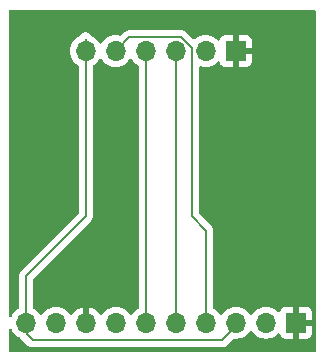
<source format=gbr>
%TF.GenerationSoftware,KiCad,Pcbnew,8.0.4*%
%TF.CreationDate,2024-09-21T22:18:03+01:00*%
%TF.ProjectId,FlipperBoard,466c6970-7065-4724-926f-6172642e6b69,rev?*%
%TF.SameCoordinates,Original*%
%TF.FileFunction,Copper,L1,Top*%
%TF.FilePolarity,Positive*%
%FSLAX46Y46*%
G04 Gerber Fmt 4.6, Leading zero omitted, Abs format (unit mm)*
G04 Created by KiCad (PCBNEW 8.0.4) date 2024-09-21 22:18:03*
%MOMM*%
%LPD*%
G01*
G04 APERTURE LIST*
%TA.AperFunction,ComponentPad*%
%ADD10O,1.700000X1.700000*%
%TD*%
%TA.AperFunction,ComponentPad*%
%ADD11R,1.700000X1.700000*%
%TD*%
%TA.AperFunction,Conductor*%
%ADD12C,0.200000*%
%TD*%
G04 APERTURE END LIST*
D10*
%TO.P,J2,6,VDD*%
%TO.N,+3V3*%
X118000000Y-100000000D03*
%TO.P,J2,5,RST*%
%TO.N,Net-(J1-C1)*%
X120540000Y-100000000D03*
%TO.P,J2,4,RXD*%
%TO.N,Net-(J1-TX)*%
X123080000Y-100000000D03*
%TO.P,J2,3,TXD*%
%TO.N,Net-(J1-RX)*%
X125620000Y-100000000D03*
%TO.P,J2,2*%
%TO.N,unconnected-(J2-Pad2)*%
X128160000Y-100000000D03*
D11*
%TO.P,J2,1,GND*%
%TO.N,GND*%
X130700000Y-100000000D03*
%TD*%
%TO.P,J1,1,GND*%
%TO.N,GND*%
X135820000Y-123000000D03*
D10*
%TO.P,J1,2,1W*%
%TO.N,unconnected-(J1-1W-Pad2)*%
X133280000Y-123000000D03*
%TO.P,J1,3,C0*%
%TO.N,+3V3*%
X130740000Y-123000000D03*
%TO.P,J1,4,C1*%
%TO.N,Net-(J1-C1)*%
X128200000Y-123000000D03*
%TO.P,J1,5,RX*%
%TO.N,Net-(J1-RX)*%
X125660000Y-123000000D03*
%TO.P,J1,6,TX*%
%TO.N,Net-(J1-TX)*%
X123120000Y-123000000D03*
%TO.P,J1,7,SIO*%
%TO.N,unconnected-(J1-SIO-Pad7)*%
X120580000Y-123000000D03*
%TO.P,J1,8,GND*%
%TO.N,GND*%
X118040000Y-123000000D03*
%TO.P,J1,9,SWC*%
%TO.N,unconnected-(J1-SWC-Pad9)*%
X115500000Y-123000000D03*
%TO.P,J1,10,3v3*%
%TO.N,+3V3*%
X112960000Y-123000000D03*
%TD*%
D12*
%TO.N,+3V3*%
X112960000Y-123000000D02*
X112960000Y-119040000D01*
X112960000Y-119040000D02*
X118000000Y-114000000D01*
X118000000Y-114000000D02*
X118000000Y-99000000D01*
%TO.N,Net-(J1-C1)*%
X120540000Y-100000000D02*
X121690000Y-98850000D01*
X126096346Y-98850000D02*
X127000000Y-99753654D01*
X121690000Y-98850000D02*
X126096346Y-98850000D01*
X127000000Y-99753654D02*
X127000000Y-114000000D01*
X128200000Y-115200000D02*
X128200000Y-123800000D01*
X127000000Y-114000000D02*
X128200000Y-115200000D01*
%TO.N,Net-(J1-RX)*%
X125660000Y-123000000D02*
X125660000Y-100040000D01*
X125660000Y-100040000D02*
X125620000Y-100000000D01*
%TO.N,Net-(J1-TX)*%
X123080000Y-100000000D02*
X123080000Y-122960000D01*
X123080000Y-122960000D02*
X123120000Y-123000000D01*
%TO.N,+3V3*%
X112960000Y-123000000D02*
X113000000Y-123040000D01*
X113000000Y-123040000D02*
X113000000Y-124000000D01*
X113000000Y-124000000D02*
X113500000Y-124500000D01*
X113500000Y-124500000D02*
X129500000Y-124500000D01*
X129500000Y-124500000D02*
X130740000Y-123260000D01*
X130740000Y-123260000D02*
X130740000Y-123000000D01*
%TD*%
%TA.AperFunction,Conductor*%
%TO.N,GND*%
G36*
X137442539Y-96520185D02*
G01*
X137488294Y-96572989D01*
X137499500Y-96624500D01*
X137499500Y-125375500D01*
X137479815Y-125442539D01*
X137427011Y-125488294D01*
X137375500Y-125499500D01*
X111624500Y-125499500D01*
X111557461Y-125479815D01*
X111511706Y-125427011D01*
X111500500Y-125375500D01*
X111500500Y-123624975D01*
X111520185Y-123557936D01*
X111572989Y-123512181D01*
X111642147Y-123502237D01*
X111705703Y-123531262D01*
X111736882Y-123572571D01*
X111785963Y-123677826D01*
X111785967Y-123677834D01*
X111894281Y-123832521D01*
X111921505Y-123871401D01*
X112088599Y-124038495D01*
X112165135Y-124092086D01*
X112282165Y-124174032D01*
X112282167Y-124174033D01*
X112282170Y-124174035D01*
X112417665Y-124237217D01*
X112470104Y-124283388D01*
X112472632Y-124287573D01*
X112519480Y-124368716D01*
X112631284Y-124480520D01*
X112631285Y-124480521D01*
X113131284Y-124980520D01*
X113131286Y-124980521D01*
X113131290Y-124980524D01*
X113268209Y-125059573D01*
X113268216Y-125059577D01*
X113420943Y-125100501D01*
X113420945Y-125100501D01*
X113586654Y-125100501D01*
X113586670Y-125100500D01*
X129413331Y-125100500D01*
X129413347Y-125100501D01*
X129420943Y-125100501D01*
X129579054Y-125100501D01*
X129579057Y-125100501D01*
X129731785Y-125059577D01*
X129781904Y-125030639D01*
X129868716Y-124980520D01*
X129980520Y-124868716D01*
X129980520Y-124868714D01*
X129990728Y-124858507D01*
X129990730Y-124858504D01*
X130472516Y-124376717D01*
X130533837Y-124343234D01*
X130570998Y-124340872D01*
X130740000Y-124355659D01*
X130975408Y-124335063D01*
X131203663Y-124273903D01*
X131417830Y-124174035D01*
X131611401Y-124038495D01*
X131778495Y-123871401D01*
X131908425Y-123685842D01*
X131963002Y-123642217D01*
X132032500Y-123635023D01*
X132094855Y-123666546D01*
X132111575Y-123685842D01*
X132241500Y-123871395D01*
X132241505Y-123871401D01*
X132408599Y-124038495D01*
X132485135Y-124092086D01*
X132602165Y-124174032D01*
X132602167Y-124174033D01*
X132602170Y-124174035D01*
X132816337Y-124273903D01*
X133044592Y-124335063D01*
X133215319Y-124350000D01*
X133279999Y-124355659D01*
X133280000Y-124355659D01*
X133280001Y-124355659D01*
X133344681Y-124350000D01*
X133515408Y-124335063D01*
X133743663Y-124273903D01*
X133957830Y-124174035D01*
X134151401Y-124038495D01*
X134273717Y-123916178D01*
X134335036Y-123882696D01*
X134404728Y-123887680D01*
X134460662Y-123929551D01*
X134477577Y-123960528D01*
X134526646Y-124092088D01*
X134526649Y-124092093D01*
X134612809Y-124207187D01*
X134612812Y-124207190D01*
X134727906Y-124293350D01*
X134727913Y-124293354D01*
X134862620Y-124343596D01*
X134862627Y-124343598D01*
X134922155Y-124349999D01*
X134922172Y-124350000D01*
X135570000Y-124350000D01*
X135570000Y-123433012D01*
X135627007Y-123465925D01*
X135754174Y-123500000D01*
X135885826Y-123500000D01*
X136012993Y-123465925D01*
X136070000Y-123433012D01*
X136070000Y-124350000D01*
X136717828Y-124350000D01*
X136717844Y-124349999D01*
X136777372Y-124343598D01*
X136777379Y-124343596D01*
X136912086Y-124293354D01*
X136912093Y-124293350D01*
X137027187Y-124207190D01*
X137027190Y-124207187D01*
X137113350Y-124092093D01*
X137113354Y-124092086D01*
X137163596Y-123957379D01*
X137163598Y-123957372D01*
X137169999Y-123897844D01*
X137170000Y-123897827D01*
X137170000Y-123250000D01*
X136253012Y-123250000D01*
X136285925Y-123192993D01*
X136320000Y-123065826D01*
X136320000Y-122934174D01*
X136285925Y-122807007D01*
X136253012Y-122750000D01*
X137170000Y-122750000D01*
X137170000Y-122102172D01*
X137169999Y-122102155D01*
X137163598Y-122042627D01*
X137163596Y-122042620D01*
X137113354Y-121907913D01*
X137113350Y-121907906D01*
X137027190Y-121792812D01*
X137027187Y-121792809D01*
X136912093Y-121706649D01*
X136912086Y-121706645D01*
X136777379Y-121656403D01*
X136777372Y-121656401D01*
X136717844Y-121650000D01*
X136070000Y-121650000D01*
X136070000Y-122566988D01*
X136012993Y-122534075D01*
X135885826Y-122500000D01*
X135754174Y-122500000D01*
X135627007Y-122534075D01*
X135570000Y-122566988D01*
X135570000Y-121650000D01*
X134922155Y-121650000D01*
X134862627Y-121656401D01*
X134862620Y-121656403D01*
X134727913Y-121706645D01*
X134727906Y-121706649D01*
X134612812Y-121792809D01*
X134612809Y-121792812D01*
X134526649Y-121907906D01*
X134526645Y-121907913D01*
X134477578Y-122039470D01*
X134435707Y-122095404D01*
X134370242Y-122119821D01*
X134301969Y-122104969D01*
X134273715Y-122083819D01*
X134229366Y-122039470D01*
X134151401Y-121961505D01*
X134151397Y-121961502D01*
X134151396Y-121961501D01*
X133957834Y-121825967D01*
X133957830Y-121825965D01*
X133952085Y-121823286D01*
X133743663Y-121726097D01*
X133743659Y-121726096D01*
X133743655Y-121726094D01*
X133515413Y-121664938D01*
X133515403Y-121664936D01*
X133280001Y-121644341D01*
X133279999Y-121644341D01*
X133044596Y-121664936D01*
X133044586Y-121664938D01*
X132816344Y-121726094D01*
X132816335Y-121726098D01*
X132602171Y-121825964D01*
X132602169Y-121825965D01*
X132408597Y-121961505D01*
X132241505Y-122128597D01*
X132111575Y-122314158D01*
X132056998Y-122357783D01*
X131987500Y-122364977D01*
X131925145Y-122333454D01*
X131908425Y-122314158D01*
X131778494Y-122128597D01*
X131611402Y-121961506D01*
X131611395Y-121961501D01*
X131417834Y-121825967D01*
X131417830Y-121825965D01*
X131412085Y-121823286D01*
X131203663Y-121726097D01*
X131203659Y-121726096D01*
X131203655Y-121726094D01*
X130975413Y-121664938D01*
X130975403Y-121664936D01*
X130740001Y-121644341D01*
X130739999Y-121644341D01*
X130504596Y-121664936D01*
X130504586Y-121664938D01*
X130276344Y-121726094D01*
X130276335Y-121726098D01*
X130062171Y-121825964D01*
X130062169Y-121825965D01*
X129868597Y-121961505D01*
X129701505Y-122128597D01*
X129571575Y-122314158D01*
X129516998Y-122357783D01*
X129447500Y-122364977D01*
X129385145Y-122333454D01*
X129368425Y-122314158D01*
X129238494Y-122128597D01*
X129071402Y-121961506D01*
X129071395Y-121961501D01*
X128877831Y-121825965D01*
X128877826Y-121825962D01*
X128872091Y-121823288D01*
X128819653Y-121777113D01*
X128800500Y-121710908D01*
X128800500Y-115120945D01*
X128800500Y-115120943D01*
X128759577Y-114968216D01*
X128759577Y-114968215D01*
X128759577Y-114968214D01*
X128730639Y-114918095D01*
X128730637Y-114918092D01*
X128680520Y-114831284D01*
X128568716Y-114719480D01*
X128568715Y-114719479D01*
X128564385Y-114715149D01*
X128564374Y-114715139D01*
X127636819Y-113787584D01*
X127603334Y-113726261D01*
X127600500Y-113699903D01*
X127600500Y-101409823D01*
X127620185Y-101342784D01*
X127672989Y-101297029D01*
X127742147Y-101287085D01*
X127756587Y-101290046D01*
X127924592Y-101335063D01*
X128095319Y-101350000D01*
X128159999Y-101355659D01*
X128160000Y-101355659D01*
X128160001Y-101355659D01*
X128224681Y-101350000D01*
X128395408Y-101335063D01*
X128623663Y-101273903D01*
X128837830Y-101174035D01*
X129031401Y-101038495D01*
X129153717Y-100916178D01*
X129215036Y-100882696D01*
X129284728Y-100887680D01*
X129340662Y-100929551D01*
X129357577Y-100960528D01*
X129406646Y-101092088D01*
X129406649Y-101092093D01*
X129492809Y-101207187D01*
X129492812Y-101207190D01*
X129607906Y-101293350D01*
X129607913Y-101293354D01*
X129742620Y-101343596D01*
X129742627Y-101343598D01*
X129802155Y-101349999D01*
X129802172Y-101350000D01*
X130450000Y-101350000D01*
X130450000Y-100433012D01*
X130507007Y-100465925D01*
X130634174Y-100500000D01*
X130765826Y-100500000D01*
X130892993Y-100465925D01*
X130950000Y-100433012D01*
X130950000Y-101350000D01*
X131597828Y-101350000D01*
X131597844Y-101349999D01*
X131657372Y-101343598D01*
X131657379Y-101343596D01*
X131792086Y-101293354D01*
X131792093Y-101293350D01*
X131907187Y-101207190D01*
X131907190Y-101207187D01*
X131993350Y-101092093D01*
X131993354Y-101092086D01*
X132043596Y-100957379D01*
X132043598Y-100957372D01*
X132049999Y-100897844D01*
X132050000Y-100897827D01*
X132050000Y-100250000D01*
X131133012Y-100250000D01*
X131165925Y-100192993D01*
X131200000Y-100065826D01*
X131200000Y-99934174D01*
X131165925Y-99807007D01*
X131133012Y-99750000D01*
X132050000Y-99750000D01*
X132050000Y-99102172D01*
X132049999Y-99102155D01*
X132043598Y-99042627D01*
X132043596Y-99042620D01*
X131993354Y-98907913D01*
X131993350Y-98907906D01*
X131907190Y-98792812D01*
X131907187Y-98792809D01*
X131792093Y-98706649D01*
X131792086Y-98706645D01*
X131657379Y-98656403D01*
X131657372Y-98656401D01*
X131597844Y-98650000D01*
X130950000Y-98650000D01*
X130950000Y-99566988D01*
X130892993Y-99534075D01*
X130765826Y-99500000D01*
X130634174Y-99500000D01*
X130507007Y-99534075D01*
X130450000Y-99566988D01*
X130450000Y-98650000D01*
X129802155Y-98650000D01*
X129742627Y-98656401D01*
X129742620Y-98656403D01*
X129607913Y-98706645D01*
X129607906Y-98706649D01*
X129492812Y-98792809D01*
X129492809Y-98792812D01*
X129406649Y-98907906D01*
X129406645Y-98907913D01*
X129357578Y-99039470D01*
X129315707Y-99095404D01*
X129250242Y-99119821D01*
X129181969Y-99104969D01*
X129153715Y-99083819D01*
X129092961Y-99023065D01*
X129031401Y-98961505D01*
X129031397Y-98961502D01*
X129031396Y-98961501D01*
X128837834Y-98825967D01*
X128837830Y-98825965D01*
X128757068Y-98788305D01*
X128623663Y-98726097D01*
X128623659Y-98726096D01*
X128623655Y-98726094D01*
X128395413Y-98664938D01*
X128395403Y-98664936D01*
X128160001Y-98644341D01*
X128159999Y-98644341D01*
X127924596Y-98664936D01*
X127924586Y-98664938D01*
X127696344Y-98726094D01*
X127696335Y-98726098D01*
X127482171Y-98825964D01*
X127482169Y-98825965D01*
X127288596Y-98961506D01*
X127260519Y-98989582D01*
X127199195Y-99023065D01*
X127129504Y-99018078D01*
X127085160Y-98989579D01*
X126583936Y-98488355D01*
X126583934Y-98488352D01*
X126465063Y-98369481D01*
X126465062Y-98369480D01*
X126378250Y-98319360D01*
X126378250Y-98319359D01*
X126378246Y-98319358D01*
X126328131Y-98290423D01*
X126175403Y-98249499D01*
X126017289Y-98249499D01*
X126009693Y-98249499D01*
X126009677Y-98249500D01*
X121776670Y-98249500D01*
X121776654Y-98249499D01*
X121769058Y-98249499D01*
X121610943Y-98249499D01*
X121534579Y-98269961D01*
X121458214Y-98290423D01*
X121458209Y-98290426D01*
X121321290Y-98369475D01*
X121321286Y-98369478D01*
X121023529Y-98667234D01*
X120962206Y-98700718D01*
X120903755Y-98699327D01*
X120775413Y-98664938D01*
X120775403Y-98664936D01*
X120540001Y-98644341D01*
X120539999Y-98644341D01*
X120304596Y-98664936D01*
X120304586Y-98664938D01*
X120076344Y-98726094D01*
X120076335Y-98726098D01*
X119862171Y-98825964D01*
X119862169Y-98825965D01*
X119668597Y-98961505D01*
X119501505Y-99128597D01*
X119371575Y-99314158D01*
X119316998Y-99357783D01*
X119247500Y-99364977D01*
X119185145Y-99333454D01*
X119168425Y-99314158D01*
X119038494Y-99128597D01*
X118871402Y-98961506D01*
X118871395Y-98961501D01*
X118677832Y-98825966D01*
X118597069Y-98788305D01*
X118544630Y-98742132D01*
X118542088Y-98737923D01*
X118480522Y-98631287D01*
X118480518Y-98631282D01*
X118368717Y-98519481D01*
X118368709Y-98519475D01*
X118231790Y-98440426D01*
X118231786Y-98440424D01*
X118231784Y-98440423D01*
X118079057Y-98399500D01*
X117920943Y-98399500D01*
X117768216Y-98440423D01*
X117768209Y-98440426D01*
X117631290Y-98519475D01*
X117631282Y-98519481D01*
X117519481Y-98631282D01*
X117519477Y-98631287D01*
X117457912Y-98737922D01*
X117407345Y-98786138D01*
X117402932Y-98788303D01*
X117322173Y-98825963D01*
X117322169Y-98825965D01*
X117128597Y-98961505D01*
X116961505Y-99128597D01*
X116825965Y-99322169D01*
X116825964Y-99322171D01*
X116726098Y-99536335D01*
X116726094Y-99536344D01*
X116664938Y-99764586D01*
X116664936Y-99764596D01*
X116644341Y-99999999D01*
X116644341Y-100000000D01*
X116664936Y-100235403D01*
X116664938Y-100235413D01*
X116726094Y-100463655D01*
X116726096Y-100463659D01*
X116726097Y-100463663D01*
X116806004Y-100635023D01*
X116825965Y-100677830D01*
X116825967Y-100677834D01*
X116934281Y-100832521D01*
X116961505Y-100871401D01*
X117128599Y-101038495D01*
X117205135Y-101092086D01*
X117322165Y-101174032D01*
X117322167Y-101174033D01*
X117322170Y-101174035D01*
X117327898Y-101176706D01*
X117380339Y-101222872D01*
X117399500Y-101289090D01*
X117399500Y-113699902D01*
X117379815Y-113766941D01*
X117363181Y-113787583D01*
X112479481Y-118671282D01*
X112479479Y-118671285D01*
X112429361Y-118758094D01*
X112429359Y-118758096D01*
X112400425Y-118808209D01*
X112400424Y-118808210D01*
X112400423Y-118808215D01*
X112359499Y-118960943D01*
X112359499Y-118960945D01*
X112359499Y-119129046D01*
X112359500Y-119129059D01*
X112359500Y-121710908D01*
X112339815Y-121777947D01*
X112287914Y-121823286D01*
X112282173Y-121825963D01*
X112282169Y-121825965D01*
X112088597Y-121961505D01*
X111921505Y-122128597D01*
X111785965Y-122322169D01*
X111785964Y-122322171D01*
X111736882Y-122427429D01*
X111690710Y-122479868D01*
X111623516Y-122499020D01*
X111556635Y-122478804D01*
X111511300Y-122425639D01*
X111500500Y-122375024D01*
X111500500Y-96624500D01*
X111520185Y-96557461D01*
X111572989Y-96511706D01*
X111624500Y-96500500D01*
X137375500Y-96500500D01*
X137442539Y-96520185D01*
G37*
%TD.AperFunction*%
%TA.AperFunction,Conductor*%
G36*
X121894855Y-100666546D02*
G01*
X121911575Y-100685842D01*
X122041500Y-100871395D01*
X122041505Y-100871401D01*
X122208599Y-101038495D01*
X122285135Y-101092086D01*
X122402165Y-101174032D01*
X122402167Y-101174033D01*
X122402170Y-101174035D01*
X122407898Y-101176706D01*
X122460339Y-101222872D01*
X122479500Y-101289090D01*
X122479500Y-121735276D01*
X122459815Y-121802315D01*
X122426623Y-121836851D01*
X122248597Y-121961505D01*
X122081505Y-122128597D01*
X121951575Y-122314158D01*
X121896998Y-122357783D01*
X121827500Y-122364977D01*
X121765145Y-122333454D01*
X121748425Y-122314158D01*
X121618494Y-122128597D01*
X121451402Y-121961506D01*
X121451395Y-121961501D01*
X121257834Y-121825967D01*
X121257830Y-121825965D01*
X121252085Y-121823286D01*
X121043663Y-121726097D01*
X121043659Y-121726096D01*
X121043655Y-121726094D01*
X120815413Y-121664938D01*
X120815403Y-121664936D01*
X120580001Y-121644341D01*
X120579999Y-121644341D01*
X120344596Y-121664936D01*
X120344586Y-121664938D01*
X120116344Y-121726094D01*
X120116335Y-121726098D01*
X119902171Y-121825964D01*
X119902169Y-121825965D01*
X119708597Y-121961505D01*
X119541508Y-122128594D01*
X119411269Y-122314595D01*
X119356692Y-122358219D01*
X119287193Y-122365412D01*
X119224839Y-122333890D01*
X119208119Y-122314594D01*
X119078113Y-122128926D01*
X119078108Y-122128920D01*
X118911082Y-121961894D01*
X118717578Y-121826399D01*
X118503492Y-121726570D01*
X118503486Y-121726567D01*
X118290000Y-121669364D01*
X118290000Y-122566988D01*
X118232993Y-122534075D01*
X118105826Y-122500000D01*
X117974174Y-122500000D01*
X117847007Y-122534075D01*
X117790000Y-122566988D01*
X117790000Y-121669364D01*
X117789999Y-121669364D01*
X117576513Y-121726567D01*
X117576507Y-121726570D01*
X117362422Y-121826399D01*
X117362420Y-121826400D01*
X117168926Y-121961886D01*
X117168920Y-121961891D01*
X117001891Y-122128920D01*
X117001890Y-122128922D01*
X116871880Y-122314595D01*
X116817303Y-122358219D01*
X116747804Y-122365412D01*
X116685450Y-122333890D01*
X116668730Y-122314594D01*
X116538494Y-122128597D01*
X116371402Y-121961506D01*
X116371395Y-121961501D01*
X116177834Y-121825967D01*
X116177830Y-121825965D01*
X116172085Y-121823286D01*
X115963663Y-121726097D01*
X115963659Y-121726096D01*
X115963655Y-121726094D01*
X115735413Y-121664938D01*
X115735403Y-121664936D01*
X115500001Y-121644341D01*
X115499999Y-121644341D01*
X115264596Y-121664936D01*
X115264586Y-121664938D01*
X115036344Y-121726094D01*
X115036335Y-121726098D01*
X114822171Y-121825964D01*
X114822169Y-121825965D01*
X114628597Y-121961505D01*
X114461505Y-122128597D01*
X114331575Y-122314158D01*
X114276998Y-122357783D01*
X114207500Y-122364977D01*
X114145145Y-122333454D01*
X114128425Y-122314158D01*
X113998494Y-122128597D01*
X113831402Y-121961506D01*
X113831395Y-121961501D01*
X113637831Y-121825965D01*
X113637826Y-121825962D01*
X113632091Y-121823288D01*
X113579653Y-121777113D01*
X113560500Y-121710908D01*
X113560500Y-119340096D01*
X113580185Y-119273057D01*
X113596814Y-119252420D01*
X118358506Y-114490727D01*
X118358511Y-114490724D01*
X118368714Y-114480520D01*
X118368716Y-114480520D01*
X118480520Y-114368716D01*
X118559577Y-114231784D01*
X118600500Y-114079057D01*
X118600500Y-101289090D01*
X118620185Y-101222051D01*
X118672101Y-101176706D01*
X118677830Y-101174035D01*
X118871401Y-101038495D01*
X119038495Y-100871401D01*
X119168425Y-100685842D01*
X119223002Y-100642217D01*
X119292500Y-100635023D01*
X119354855Y-100666546D01*
X119371575Y-100685842D01*
X119501500Y-100871395D01*
X119501505Y-100871401D01*
X119668599Y-101038495D01*
X119745135Y-101092086D01*
X119862165Y-101174032D01*
X119862167Y-101174033D01*
X119862170Y-101174035D01*
X120076337Y-101273903D01*
X120304592Y-101335063D01*
X120475319Y-101350000D01*
X120539999Y-101355659D01*
X120540000Y-101355659D01*
X120540001Y-101355659D01*
X120604681Y-101350000D01*
X120775408Y-101335063D01*
X121003663Y-101273903D01*
X121217830Y-101174035D01*
X121411401Y-101038495D01*
X121578495Y-100871401D01*
X121708425Y-100685842D01*
X121763002Y-100642217D01*
X121832500Y-100635023D01*
X121894855Y-100666546D01*
G37*
%TD.AperFunction*%
%TD*%
M02*

</source>
